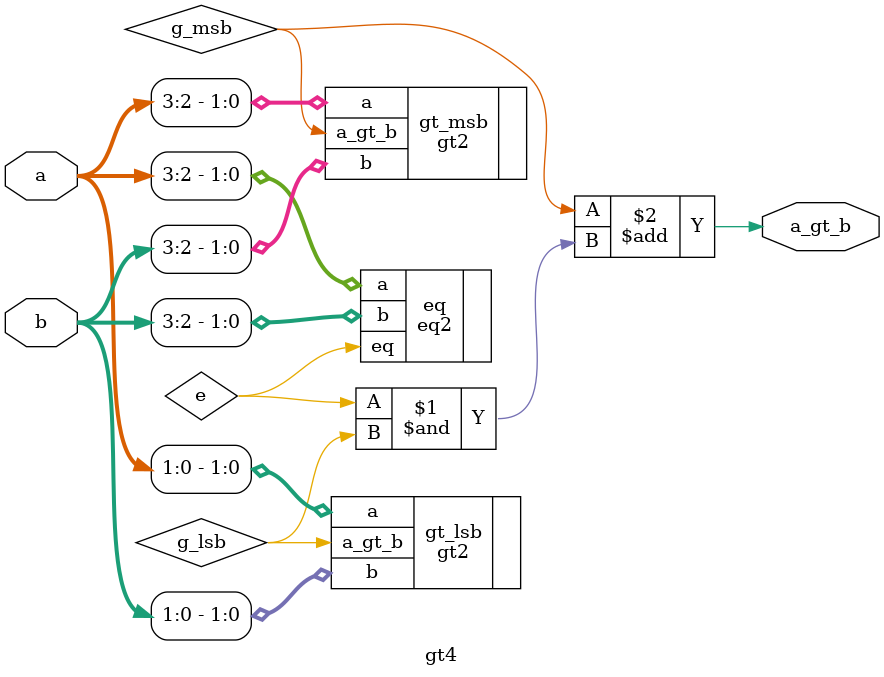
<source format=sv>
module gt4 (
  input wire[3:0] a, b, 
  output wire a_gt_b
);

wire g_msb, g_lsb, e;
eq2 eq(.a(a[3:2]), .b(b[3:2]), .eq(e));
gt2 gt_msb(.a(a[3:2]), .b(b[3:2]), .a_gt_b(g_msb));
gt2 gt_lsb(.a(a[1:0]), .b(b[1:0]), .a_gt_b(g_lsb));

assign a_gt_b = g_msb + (e & g_lsb);
endmodule
</source>
